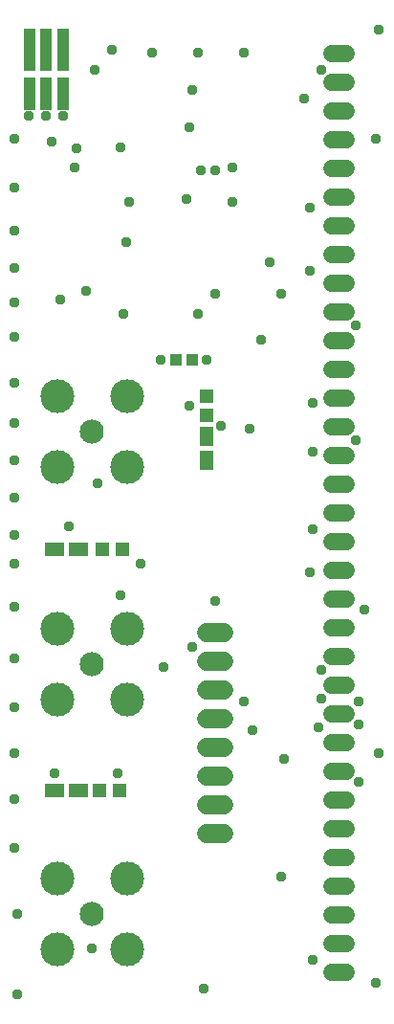
<source format=gbr>
G04 EAGLE Gerber RS-274X export*
G75*
%MOMM*%
%FSLAX34Y34*%
%LPD*%
%INSoldermask Top*%
%IPPOS*%
%AMOC8*
5,1,8,0,0,1.08239X$1,22.5*%
G01*
%ADD10R,1.003200X1.003200*%
%ADD11C,1.511200*%
%ADD12C,3.003200*%
%ADD13C,2.133600*%
%ADD14R,1.053200X3.753200*%
%ADD15R,1.053200X2.853200*%
%ADD16R,1.203200X1.303200*%
%ADD17R,1.303200X1.203200*%
%ADD18R,1.203200X1.703200*%
%ADD19R,1.703200X1.203200*%
%ADD20C,1.727200*%
%ADD21C,0.959600*%


D10*
X160140Y579120D03*
X175140Y579120D03*
D11*
X298260Y849630D02*
X311340Y849630D01*
X311340Y824230D02*
X298260Y824230D01*
X298260Y798830D02*
X311340Y798830D01*
X311340Y773430D02*
X298260Y773430D01*
X298260Y748030D02*
X311340Y748030D01*
X311340Y722630D02*
X298260Y722630D01*
X298260Y697230D02*
X311340Y697230D01*
X311340Y671830D02*
X298260Y671830D01*
X298260Y646430D02*
X311340Y646430D01*
X311340Y621030D02*
X298260Y621030D01*
X298260Y595630D02*
X311340Y595630D01*
X311340Y570230D02*
X298260Y570230D01*
X298260Y544830D02*
X311340Y544830D01*
X311340Y519430D02*
X298260Y519430D01*
X298260Y494030D02*
X311340Y494030D01*
X311340Y468630D02*
X298260Y468630D01*
X298260Y443230D02*
X311340Y443230D01*
X311340Y417830D02*
X298260Y417830D01*
X298260Y392430D02*
X311340Y392430D01*
X311340Y367030D02*
X298260Y367030D01*
X298260Y341630D02*
X311340Y341630D01*
X311340Y316230D02*
X298260Y316230D01*
X298260Y290830D02*
X311340Y290830D01*
X311340Y265430D02*
X298260Y265430D01*
X298260Y240030D02*
X311340Y240030D01*
X311340Y214630D02*
X298260Y214630D01*
X298260Y189230D02*
X311340Y189230D01*
X311340Y163830D02*
X298260Y163830D01*
X298260Y138430D02*
X311340Y138430D01*
X311340Y113030D02*
X298260Y113030D01*
X298260Y87630D02*
X311340Y87630D01*
X311340Y62230D02*
X298260Y62230D01*
X298260Y36830D02*
X311340Y36830D01*
D12*
X55060Y120200D03*
X117660Y120200D03*
X55060Y57600D03*
X117660Y57600D03*
D13*
X86360Y88900D03*
D12*
X55060Y341180D03*
X117660Y341180D03*
X55060Y278580D03*
X117660Y278580D03*
D13*
X86360Y309880D03*
D12*
X55060Y546920D03*
X117660Y546920D03*
X55060Y484320D03*
X117660Y484320D03*
D13*
X86360Y515620D03*
D14*
X60720Y853410D03*
X45720Y853410D03*
X30720Y853410D03*
D15*
X60720Y814410D03*
X45720Y814410D03*
X30720Y814410D03*
D16*
X95640Y411480D03*
X112640Y411480D03*
D17*
X187960Y529980D03*
X187960Y546980D03*
D16*
X93100Y198120D03*
X110100Y198120D03*
D18*
X187960Y489855D03*
X187960Y510905D03*
D19*
X52975Y411480D03*
X74025Y411480D03*
X52975Y198120D03*
X74025Y198120D03*
D20*
X187960Y337820D02*
X203200Y337820D01*
X203200Y312420D02*
X187960Y312420D01*
X187960Y287020D02*
X203200Y287020D01*
X203200Y261620D02*
X187960Y261620D01*
X187960Y236220D02*
X203200Y236220D01*
X203200Y210820D02*
X187960Y210820D01*
X187960Y185420D02*
X203200Y185420D01*
X203200Y160020D02*
X187960Y160020D01*
D21*
X195580Y637740D03*
X195580Y746760D03*
X236220Y596900D03*
X243840Y665480D03*
X147320Y579120D03*
X289560Y835660D03*
X71120Y749300D03*
X86360Y58420D03*
X281940Y48260D03*
X180340Y619760D03*
X114300Y619760D03*
X279400Y657860D03*
X279400Y713740D03*
X17780Y774700D03*
X91440Y469900D03*
X111760Y370840D03*
X195580Y365760D03*
X17780Y731520D03*
X17780Y693420D03*
X17780Y660400D03*
X17780Y629920D03*
X17780Y599440D03*
X17780Y558800D03*
X17780Y523240D03*
X17780Y490220D03*
X17780Y457200D03*
X17780Y424180D03*
X17780Y398780D03*
X66040Y431800D03*
X17780Y360680D03*
X129540Y398780D03*
X17780Y314960D03*
X17780Y271780D03*
X17780Y231140D03*
X17780Y190500D03*
X17780Y147320D03*
X53340Y213360D03*
X109220Y213360D03*
X20320Y88900D03*
X20320Y17780D03*
X185420Y22860D03*
X337820Y27940D03*
X340360Y231140D03*
X256540Y226060D03*
X228600Y251460D03*
X220980Y276860D03*
X149860Y307340D03*
X175260Y325120D03*
X281940Y429260D03*
X279400Y391160D03*
X281940Y497840D03*
X281940Y541020D03*
X172720Y538480D03*
X200660Y520700D03*
X116840Y683260D03*
X182880Y746760D03*
X210820Y749300D03*
X210820Y718820D03*
X170180Y721360D03*
X180340Y850900D03*
X139700Y850900D03*
X175260Y817880D03*
X220980Y850900D03*
X274320Y810260D03*
X340360Y871220D03*
X337820Y774700D03*
X104140Y853440D03*
X88900Y835660D03*
X58420Y632460D03*
X81280Y640080D03*
X226060Y518160D03*
X327660Y358140D03*
X322580Y276860D03*
X287020Y254000D03*
X289560Y279400D03*
X289560Y304800D03*
X322580Y256540D03*
X254000Y637540D03*
X111760Y767080D03*
X119380Y718820D03*
X172720Y784860D03*
X50800Y772160D03*
X72390Y765810D03*
X320040Y609600D03*
X320040Y508000D03*
X322580Y205740D03*
X254000Y121920D03*
X187960Y579120D03*
X60960Y795020D03*
X30480Y795020D03*
X45720Y795020D03*
M02*

</source>
